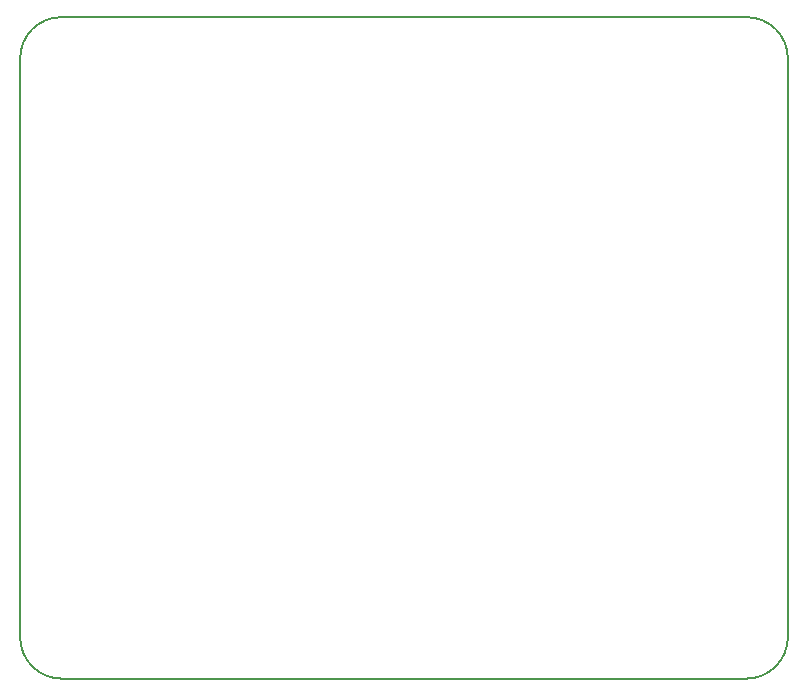
<source format=gbp>
G04 #@! TF.GenerationSoftware,KiCad,Pcbnew,(6.0.2)*
G04 #@! TF.CreationDate,2022-07-05T12:59:41+02:00*
G04 #@! TF.ProjectId,Raspberry Pi temperature management hat,52617370-6265-4727-9279-205069207465,V2*
G04 #@! TF.SameCoordinates,Original*
G04 #@! TF.FileFunction,Paste,Bot*
G04 #@! TF.FilePolarity,Positive*
%FSLAX46Y46*%
G04 Gerber Fmt 4.6, Leading zero omitted, Abs format (unit mm)*
G04 Created by KiCad (PCBNEW (6.0.2)) date 2022-07-05 12:59:41*
%MOMM*%
%LPD*%
G01*
G04 APERTURE LIST*
G04 #@! TA.AperFunction,Profile*
%ADD10C,0.150000*%
G04 #@! TD*
G04 APERTURE END LIST*
D10*
X111500000Y-50000000D02*
G75*
G03*
X108000000Y-46500000I-3499999J1D01*
G01*
X50000000Y-46500000D02*
X108000000Y-46500000D01*
X50000000Y-102500000D02*
X108000000Y-102500000D01*
X111500000Y-50000000D02*
X111500000Y-99000000D01*
X108000000Y-102500000D02*
G75*
G03*
X111500000Y-99000000I1J3499999D01*
G01*
X46500000Y-99000000D02*
G75*
G03*
X50000000Y-102500000I3499999J-1D01*
G01*
X50000000Y-46500000D02*
G75*
G03*
X46500000Y-50000000I-1J-3499999D01*
G01*
X46500000Y-50000000D02*
X46500000Y-99000000D01*
M02*

</source>
